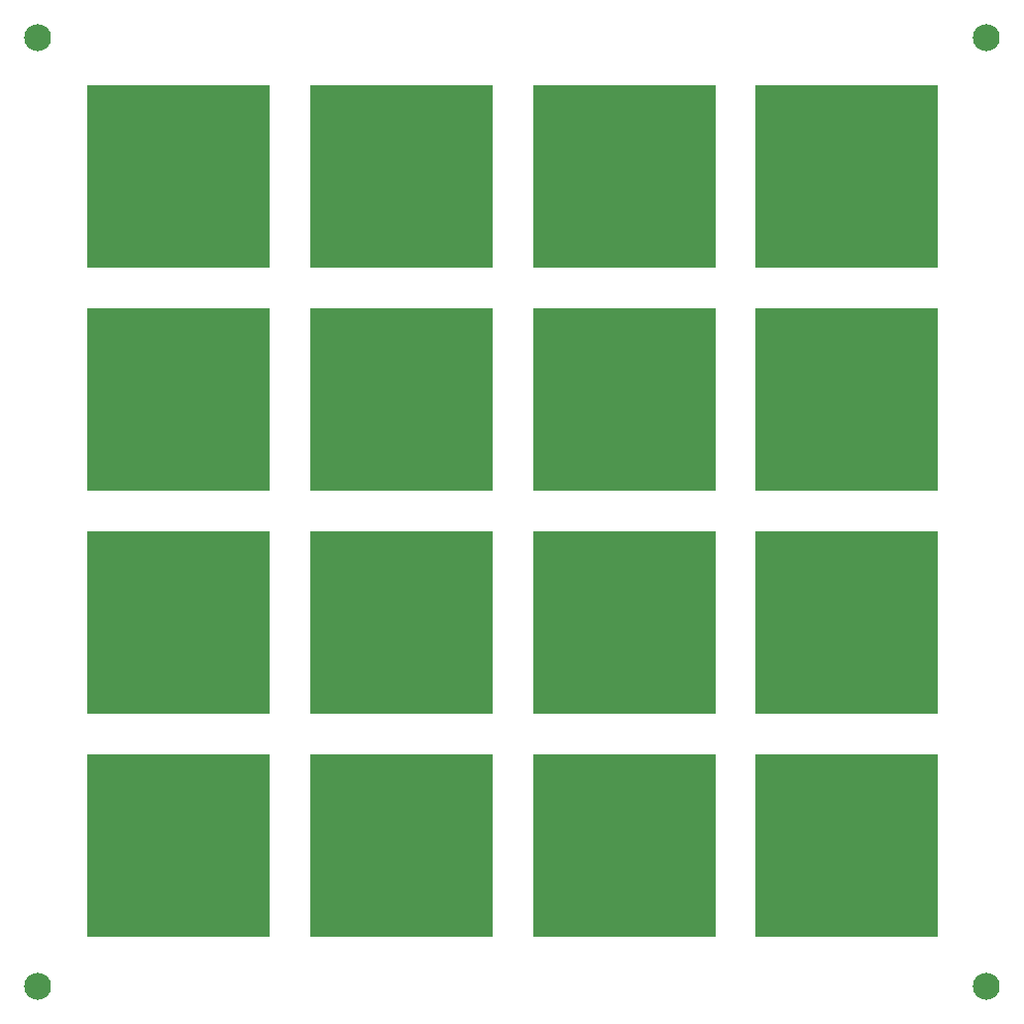
<source format=gbr>
%TF.GenerationSoftware,Altium Limited,Altium Designer,20.1.12 (249)*%
G04 Layer_Color=8388736*
%FSLAX26Y26*%
%MOIN*%
%TF.SameCoordinates,D08FF7B1-8E93-4697-AE31-98C184C779B4*%
%TF.FilePolarity,Negative*%
%TF.FileFunction,Soldermask,Top*%
%TF.Part,Single*%
G01*
G75*
%TA.AperFunction,ViaPad*%
%ADD12R,0.618236X0.618236*%
%ADD13C,0.090677*%
D12*
X1399213Y2898228D02*
D03*
X650000D02*
D03*
X2148386D02*
D03*
X2897599D02*
D03*
X650000Y2149016D02*
D03*
X2148386D02*
D03*
X1399213D02*
D03*
X2897599D02*
D03*
Y650591D02*
D03*
Y1399803D02*
D03*
X2148386D02*
D03*
Y650591D02*
D03*
X650000Y1399803D02*
D03*
X1399213D02*
D03*
Y650591D02*
D03*
X650000D02*
D03*
D13*
X3366142Y177165D02*
D03*
Y3366142D02*
D03*
X177165Y177165D02*
D03*
Y3366142D02*
D03*
%TF.MD5,004fd1e559ac0ba614c2269556c6bd9b*%
M02*

</source>
